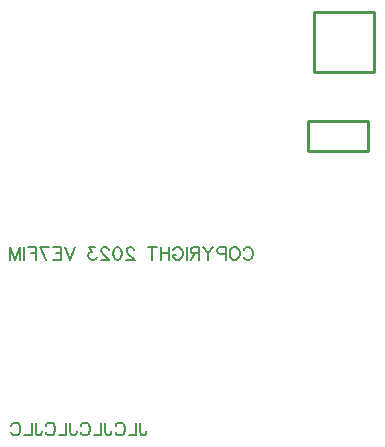
<source format=gbo>
G04 Layer: BottomSilkscreenLayer*
G04 EasyEDA v6.5.32, 2023-07-25 14:04:49*
G04 6491edecb3f74ba59fc972a52df51078,5a6b42c53f6a479593ecc07194224c93,10*
G04 Gerber Generator version 0.2*
G04 Scale: 100 percent, Rotated: No, Reflected: No *
G04 Dimensions in millimeters *
G04 leading zeros omitted , absolute positions ,4 integer and 5 decimal *
%FSLAX45Y45*%
%MOMM*%

%ADD10C,0.1524*%
%ADD11C,0.1520*%
%ADD12C,0.2540*%

%LPD*%
D10*
X3846367Y3696162D02*
G01*
X3851564Y3706553D01*
X3861955Y3716944D01*
X3872344Y3722138D01*
X3893126Y3722138D01*
X3903517Y3716944D01*
X3913908Y3706553D01*
X3919105Y3696162D01*
X3924300Y3680574D01*
X3924300Y3654597D01*
X3919105Y3639012D01*
X3913908Y3628621D01*
X3903517Y3618229D01*
X3893126Y3613035D01*
X3872344Y3613035D01*
X3861955Y3618229D01*
X3851564Y3628621D01*
X3846367Y3639012D01*
X3780904Y3722138D02*
G01*
X3791295Y3716944D01*
X3801686Y3706553D01*
X3806883Y3696162D01*
X3812077Y3680574D01*
X3812077Y3654597D01*
X3806883Y3639012D01*
X3801686Y3628621D01*
X3791295Y3618229D01*
X3780904Y3613035D01*
X3760124Y3613035D01*
X3749733Y3618229D01*
X3739342Y3628621D01*
X3734145Y3639012D01*
X3728951Y3654597D01*
X3728951Y3680574D01*
X3734145Y3696162D01*
X3739342Y3706553D01*
X3749733Y3716944D01*
X3760124Y3722138D01*
X3780904Y3722138D01*
X3694661Y3722138D02*
G01*
X3694661Y3613035D01*
X3694661Y3722138D02*
G01*
X3647902Y3722138D01*
X3632314Y3716944D01*
X3627120Y3711747D01*
X3621925Y3701356D01*
X3621925Y3685771D01*
X3627120Y3675379D01*
X3632314Y3670185D01*
X3647902Y3664988D01*
X3694661Y3664988D01*
X3587635Y3722138D02*
G01*
X3546071Y3670185D01*
X3546071Y3613035D01*
X3504506Y3722138D02*
G01*
X3546071Y3670185D01*
X3470216Y3722138D02*
G01*
X3470216Y3613035D01*
X3470216Y3722138D02*
G01*
X3423457Y3722138D01*
X3407872Y3716944D01*
X3402675Y3711747D01*
X3397481Y3701356D01*
X3397481Y3690965D01*
X3402675Y3680574D01*
X3407872Y3675379D01*
X3423457Y3670185D01*
X3470216Y3670185D01*
X3433848Y3670185D02*
G01*
X3397481Y3613035D01*
X3363191Y3722138D02*
G01*
X3363191Y3613035D01*
X3250968Y3696162D02*
G01*
X3256165Y3706553D01*
X3266554Y3716944D01*
X3276945Y3722138D01*
X3297727Y3722138D01*
X3308118Y3716944D01*
X3318509Y3706553D01*
X3323704Y3696162D01*
X3328901Y3680574D01*
X3328901Y3654597D01*
X3323704Y3639012D01*
X3318509Y3628621D01*
X3308118Y3618229D01*
X3297727Y3613035D01*
X3276945Y3613035D01*
X3266554Y3618229D01*
X3256165Y3628621D01*
X3250968Y3639012D01*
X3250968Y3654597D01*
X3276945Y3654597D02*
G01*
X3250968Y3654597D01*
X3216678Y3722138D02*
G01*
X3216678Y3613035D01*
X3143943Y3722138D02*
G01*
X3143943Y3613035D01*
X3216678Y3670185D02*
G01*
X3143943Y3670185D01*
X3073285Y3722138D02*
G01*
X3073285Y3613035D01*
X3109653Y3722138D02*
G01*
X3036915Y3722138D01*
X2917421Y3696162D02*
G01*
X2917421Y3701356D01*
X2912224Y3711747D01*
X2907029Y3716944D01*
X2896638Y3722138D01*
X2875856Y3722138D01*
X2865465Y3716944D01*
X2860271Y3711747D01*
X2855074Y3701356D01*
X2855074Y3690965D01*
X2860271Y3680574D01*
X2870662Y3664988D01*
X2922615Y3613035D01*
X2849879Y3613035D01*
X2784416Y3722138D02*
G01*
X2800004Y3716944D01*
X2810395Y3701356D01*
X2815590Y3675379D01*
X2815590Y3659794D01*
X2810395Y3633815D01*
X2800004Y3618229D01*
X2784416Y3613035D01*
X2774025Y3613035D01*
X2758440Y3618229D01*
X2748048Y3633815D01*
X2742854Y3659794D01*
X2742854Y3675379D01*
X2748048Y3701356D01*
X2758440Y3716944D01*
X2774025Y3722138D01*
X2784416Y3722138D01*
X2703367Y3696162D02*
G01*
X2703367Y3701356D01*
X2698173Y3711747D01*
X2692976Y3716944D01*
X2682585Y3722138D01*
X2661805Y3722138D01*
X2651414Y3716944D01*
X2646217Y3711747D01*
X2641023Y3701356D01*
X2641023Y3690965D01*
X2646217Y3680574D01*
X2656608Y3664988D01*
X2708564Y3613035D01*
X2635826Y3613035D01*
X2591145Y3722138D02*
G01*
X2533995Y3722138D01*
X2565168Y3680574D01*
X2549583Y3680574D01*
X2539192Y3675379D01*
X2533995Y3670185D01*
X2528801Y3654597D01*
X2528801Y3644206D01*
X2533995Y3628621D01*
X2544386Y3618229D01*
X2559974Y3613035D01*
X2575559Y3613035D01*
X2591145Y3618229D01*
X2596342Y3623424D01*
X2601536Y3633815D01*
X2414501Y3722138D02*
G01*
X2372936Y3613035D01*
X2331374Y3722138D02*
G01*
X2372936Y3613035D01*
X2297084Y3722138D02*
G01*
X2297084Y3613035D01*
X2297084Y3722138D02*
G01*
X2229543Y3722138D01*
X2297084Y3670185D02*
G01*
X2255520Y3670185D01*
X2297084Y3613035D02*
G01*
X2229543Y3613035D01*
X2122515Y3722138D02*
G01*
X2174471Y3613035D01*
X2195253Y3722138D02*
G01*
X2122515Y3722138D01*
X2088225Y3722138D02*
G01*
X2088225Y3613035D01*
X2088225Y3722138D02*
G01*
X2020684Y3722138D01*
X2088225Y3670185D02*
G01*
X2046663Y3670185D01*
X1986394Y3722138D02*
G01*
X1986394Y3613035D01*
X1952104Y3722138D02*
G01*
X1952104Y3613035D01*
X1952104Y3722138D02*
G01*
X1910542Y3613035D01*
X1868977Y3722138D02*
G01*
X1910542Y3613035D01*
X1868977Y3722138D02*
G01*
X1868977Y3613035D01*
D11*
X2970644Y2236238D02*
G01*
X2970644Y2153112D01*
X2975841Y2137524D01*
X2981035Y2132329D01*
X2991426Y2127135D01*
X3001817Y2127135D01*
X3012208Y2132329D01*
X3017405Y2137524D01*
X3022600Y2153112D01*
X3022600Y2163503D01*
X2936354Y2236238D02*
G01*
X2936354Y2127135D01*
X2936354Y2127135D02*
G01*
X2874009Y2127135D01*
X2761787Y2210262D02*
G01*
X2766984Y2220653D01*
X2777375Y2231044D01*
X2787764Y2236238D01*
X2808546Y2236238D01*
X2818937Y2231044D01*
X2829328Y2220653D01*
X2834525Y2210262D01*
X2839720Y2194674D01*
X2839720Y2168697D01*
X2834525Y2153112D01*
X2829328Y2142721D01*
X2818937Y2132329D01*
X2808546Y2127135D01*
X2787764Y2127135D01*
X2777375Y2132329D01*
X2766984Y2142721D01*
X2761787Y2153112D01*
X2675544Y2236238D02*
G01*
X2675544Y2153112D01*
X2680738Y2137524D01*
X2685935Y2132329D01*
X2696324Y2127135D01*
X2706715Y2127135D01*
X2717106Y2132329D01*
X2722303Y2137524D01*
X2727497Y2153112D01*
X2727497Y2163503D01*
X2641254Y2236238D02*
G01*
X2641254Y2127135D01*
X2641254Y2127135D02*
G01*
X2578907Y2127135D01*
X2466685Y2210262D02*
G01*
X2471882Y2220653D01*
X2482273Y2231044D01*
X2492664Y2236238D01*
X2513444Y2236238D01*
X2523835Y2231044D01*
X2534226Y2220653D01*
X2539423Y2210262D01*
X2544617Y2194674D01*
X2544617Y2168697D01*
X2539423Y2153112D01*
X2534226Y2142721D01*
X2523835Y2132329D01*
X2513444Y2127135D01*
X2492664Y2127135D01*
X2482273Y2132329D01*
X2471882Y2142721D01*
X2466685Y2153112D01*
X2380442Y2236238D02*
G01*
X2380442Y2153112D01*
X2385636Y2137524D01*
X2390833Y2132329D01*
X2401224Y2127135D01*
X2411615Y2127135D01*
X2422004Y2132329D01*
X2427201Y2137524D01*
X2432395Y2153112D01*
X2432395Y2163503D01*
X2346152Y2236238D02*
G01*
X2346152Y2127135D01*
X2346152Y2127135D02*
G01*
X2283805Y2127135D01*
X2171585Y2210262D02*
G01*
X2176779Y2220653D01*
X2187171Y2231044D01*
X2197562Y2236238D01*
X2218344Y2236238D01*
X2228735Y2231044D01*
X2239124Y2220653D01*
X2244321Y2210262D01*
X2249515Y2194674D01*
X2249515Y2168697D01*
X2244321Y2153112D01*
X2239124Y2142721D01*
X2228735Y2132329D01*
X2218344Y2127135D01*
X2197562Y2127135D01*
X2187171Y2132329D01*
X2176779Y2142721D01*
X2171585Y2153112D01*
X2085340Y2236238D02*
G01*
X2085340Y2153112D01*
X2090534Y2137524D01*
X2095731Y2132329D01*
X2106122Y2127135D01*
X2116513Y2127135D01*
X2126904Y2132329D01*
X2132098Y2137524D01*
X2137295Y2153112D01*
X2137295Y2163503D01*
X2051050Y2236238D02*
G01*
X2051050Y2127135D01*
X2051050Y2127135D02*
G01*
X1988705Y2127135D01*
X1876483Y2210262D02*
G01*
X1881677Y2220653D01*
X1892068Y2231044D01*
X1902460Y2236238D01*
X1923242Y2236238D01*
X1933633Y2231044D01*
X1944024Y2220653D01*
X1949218Y2210262D01*
X1954415Y2194674D01*
X1954415Y2168697D01*
X1949218Y2153112D01*
X1944024Y2142721D01*
X1933633Y2132329D01*
X1923242Y2127135D01*
X1902460Y2127135D01*
X1892068Y2132329D01*
X1881677Y2142721D01*
X1876483Y2153112D01*
D12*
X4895875Y4789068D02*
G01*
X4895875Y4535068D01*
X4387875Y4535068D01*
X4387875Y4789068D01*
X4895875Y4789068D01*
X4895875Y4535068D01*
X4445000Y5715000D02*
G01*
X4953000Y5715000D01*
X4953000Y5207000D01*
X4445000Y5207000D01*
X4445000Y5715000D01*
M02*

</source>
